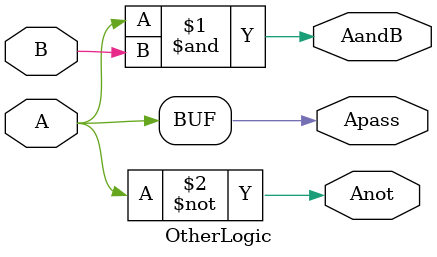
<source format=v>
`timescale 1ns / 1ps
module OtherLogic(A,B,AandB,Anot,Apass);
    input  A;
    input  B;
    output  AandB;
    output  Anot;
	 output Apass;
    

	and(AandB , A , B);
	not(Anot , A);
	not(Apass , Anot);
endmodule

</source>
